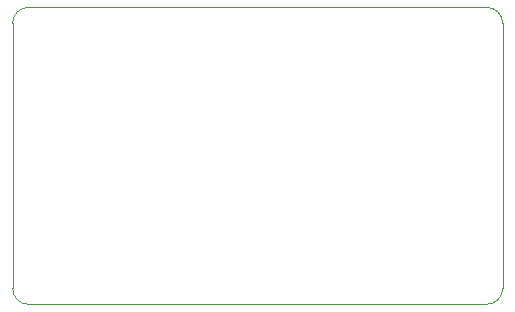
<source format=gm1>
G04 #@! TF.GenerationSoftware,KiCad,Pcbnew,8.0.1*
G04 #@! TF.CreationDate,2024-04-22T06:17:08+03:00*
G04 #@! TF.ProjectId,IMU module,494d5520-6d6f-4647-956c-652e6b696361,rev?*
G04 #@! TF.SameCoordinates,Original*
G04 #@! TF.FileFunction,Profile,NP*
%FSLAX46Y46*%
G04 Gerber Fmt 4.6, Leading zero omitted, Abs format (unit mm)*
G04 Created by KiCad (PCBNEW 8.0.1) date 2024-04-22 06:17:08*
%MOMM*%
%LPD*%
G01*
G04 APERTURE LIST*
G04 #@! TA.AperFunction,Profile*
%ADD10C,0.050000*%
G04 #@! TD*
G04 APERTURE END LIST*
D10*
X128593753Y-90268454D02*
G75*
G02*
X129943753Y-88918453I1350047J-46D01*
G01*
X170090753Y-90268454D02*
X170090753Y-112709454D01*
X129943753Y-114059454D02*
G75*
G02*
X128593846Y-112709454I47J1349954D01*
G01*
X168740753Y-114059454D02*
X129943753Y-114059454D01*
X168740753Y-88918454D02*
G75*
G02*
X170090846Y-90268454I47J-1350046D01*
G01*
X170090753Y-112709454D02*
G75*
G02*
X168740753Y-114059453I-1349953J-46D01*
G01*
X129943753Y-88918454D02*
X168740753Y-88918454D01*
X128593753Y-90268454D02*
X128593753Y-112709454D01*
M02*

</source>
